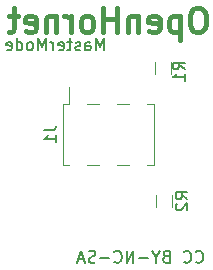
<source format=gbr>
G04 #@! TF.GenerationSoftware,KiCad,Pcbnew,(5.1.4-0-10_14)*
G04 #@! TF.CreationDate,2019-11-01T09:08:41+01:00*
G04 #@! TF.ProjectId,MasterModePushbutton,4d617374-6572-44d6-9f64-655075736862,rev?*
G04 #@! TF.SameCoordinates,Original*
G04 #@! TF.FileFunction,Legend,Bot*
G04 #@! TF.FilePolarity,Positive*
%FSLAX46Y46*%
G04 Gerber Fmt 4.6, Leading zero omitted, Abs format (unit mm)*
G04 Created by KiCad (PCBNEW (5.1.4-0-10_14)) date 2019-11-01 09:08:41*
%MOMM*%
%LPD*%
G04 APERTURE LIST*
%ADD10C,0.150000*%
%ADD11C,0.400000*%
%ADD12C,0.120000*%
G04 APERTURE END LIST*
D10*
X142663146Y-105604622D02*
X142710765Y-105652241D01*
X142853622Y-105699860D01*
X142948860Y-105699860D01*
X143091718Y-105652241D01*
X143186956Y-105557003D01*
X143234575Y-105461765D01*
X143282194Y-105271289D01*
X143282194Y-105128432D01*
X143234575Y-104937956D01*
X143186956Y-104842718D01*
X143091718Y-104747480D01*
X142948860Y-104699860D01*
X142853622Y-104699860D01*
X142710765Y-104747480D01*
X142663146Y-104795099D01*
X141663146Y-105604622D02*
X141710765Y-105652241D01*
X141853622Y-105699860D01*
X141948860Y-105699860D01*
X142091718Y-105652241D01*
X142186956Y-105557003D01*
X142234575Y-105461765D01*
X142282194Y-105271289D01*
X142282194Y-105128432D01*
X142234575Y-104937956D01*
X142186956Y-104842718D01*
X142091718Y-104747480D01*
X141948860Y-104699860D01*
X141853622Y-104699860D01*
X141710765Y-104747480D01*
X141663146Y-104795099D01*
X140139337Y-105176051D02*
X139996480Y-105223670D01*
X139948860Y-105271289D01*
X139901241Y-105366527D01*
X139901241Y-105509384D01*
X139948860Y-105604622D01*
X139996480Y-105652241D01*
X140091718Y-105699860D01*
X140472670Y-105699860D01*
X140472670Y-104699860D01*
X140139337Y-104699860D01*
X140044099Y-104747480D01*
X139996480Y-104795099D01*
X139948860Y-104890337D01*
X139948860Y-104985575D01*
X139996480Y-105080813D01*
X140044099Y-105128432D01*
X140139337Y-105176051D01*
X140472670Y-105176051D01*
X139282194Y-105223670D02*
X139282194Y-105699860D01*
X139615527Y-104699860D02*
X139282194Y-105223670D01*
X138948860Y-104699860D01*
X138615527Y-105318908D02*
X137853622Y-105318908D01*
X137377432Y-105699860D02*
X137377432Y-104699860D01*
X136806003Y-105699860D01*
X136806003Y-104699860D01*
X135758384Y-105604622D02*
X135806003Y-105652241D01*
X135948860Y-105699860D01*
X136044099Y-105699860D01*
X136186956Y-105652241D01*
X136282194Y-105557003D01*
X136329813Y-105461765D01*
X136377432Y-105271289D01*
X136377432Y-105128432D01*
X136329813Y-104937956D01*
X136282194Y-104842718D01*
X136186956Y-104747480D01*
X136044099Y-104699860D01*
X135948860Y-104699860D01*
X135806003Y-104747480D01*
X135758384Y-104795099D01*
X135329813Y-105318908D02*
X134567908Y-105318908D01*
X134139337Y-105652241D02*
X133996480Y-105699860D01*
X133758384Y-105699860D01*
X133663146Y-105652241D01*
X133615527Y-105604622D01*
X133567908Y-105509384D01*
X133567908Y-105414146D01*
X133615527Y-105318908D01*
X133663146Y-105271289D01*
X133758384Y-105223670D01*
X133948860Y-105176051D01*
X134044099Y-105128432D01*
X134091718Y-105080813D01*
X134139337Y-104985575D01*
X134139337Y-104890337D01*
X134091718Y-104795099D01*
X134044099Y-104747480D01*
X133948860Y-104699860D01*
X133710765Y-104699860D01*
X133567908Y-104747480D01*
X133186956Y-105414146D02*
X132710765Y-105414146D01*
X133282194Y-105699860D02*
X132948860Y-104699860D01*
X132615527Y-105699860D01*
X134865527Y-87699860D02*
X134865527Y-86699860D01*
X134532194Y-87414146D01*
X134198860Y-86699860D01*
X134198860Y-87699860D01*
X133294099Y-87699860D02*
X133294099Y-87176051D01*
X133341718Y-87080813D01*
X133436956Y-87033194D01*
X133627432Y-87033194D01*
X133722670Y-87080813D01*
X133294099Y-87652241D02*
X133389337Y-87699860D01*
X133627432Y-87699860D01*
X133722670Y-87652241D01*
X133770289Y-87557003D01*
X133770289Y-87461765D01*
X133722670Y-87366527D01*
X133627432Y-87318908D01*
X133389337Y-87318908D01*
X133294099Y-87271289D01*
X132865527Y-87652241D02*
X132770289Y-87699860D01*
X132579813Y-87699860D01*
X132484575Y-87652241D01*
X132436956Y-87557003D01*
X132436956Y-87509384D01*
X132484575Y-87414146D01*
X132579813Y-87366527D01*
X132722670Y-87366527D01*
X132817908Y-87318908D01*
X132865527Y-87223670D01*
X132865527Y-87176051D01*
X132817908Y-87080813D01*
X132722670Y-87033194D01*
X132579813Y-87033194D01*
X132484575Y-87080813D01*
X132151241Y-87033194D02*
X131770289Y-87033194D01*
X132008384Y-86699860D02*
X132008384Y-87557003D01*
X131960765Y-87652241D01*
X131865527Y-87699860D01*
X131770289Y-87699860D01*
X131056003Y-87652241D02*
X131151241Y-87699860D01*
X131341718Y-87699860D01*
X131436956Y-87652241D01*
X131484575Y-87557003D01*
X131484575Y-87176051D01*
X131436956Y-87080813D01*
X131341718Y-87033194D01*
X131151241Y-87033194D01*
X131056003Y-87080813D01*
X131008384Y-87176051D01*
X131008384Y-87271289D01*
X131484575Y-87366527D01*
X130579813Y-87699860D02*
X130579813Y-87033194D01*
X130579813Y-87223670D02*
X130532194Y-87128432D01*
X130484575Y-87080813D01*
X130389337Y-87033194D01*
X130294099Y-87033194D01*
X129960765Y-87699860D02*
X129960765Y-86699860D01*
X129627432Y-87414146D01*
X129294099Y-86699860D01*
X129294099Y-87699860D01*
X128675051Y-87699860D02*
X128770289Y-87652241D01*
X128817908Y-87604622D01*
X128865527Y-87509384D01*
X128865527Y-87223670D01*
X128817908Y-87128432D01*
X128770289Y-87080813D01*
X128675051Y-87033194D01*
X128532194Y-87033194D01*
X128436956Y-87080813D01*
X128389337Y-87128432D01*
X128341718Y-87223670D01*
X128341718Y-87509384D01*
X128389337Y-87604622D01*
X128436956Y-87652241D01*
X128532194Y-87699860D01*
X128675051Y-87699860D01*
X127484575Y-87699860D02*
X127484575Y-86699860D01*
X127484575Y-87652241D02*
X127579813Y-87699860D01*
X127770289Y-87699860D01*
X127865527Y-87652241D01*
X127913146Y-87604622D01*
X127960765Y-87509384D01*
X127960765Y-87223670D01*
X127913146Y-87128432D01*
X127865527Y-87080813D01*
X127770289Y-87033194D01*
X127579813Y-87033194D01*
X127484575Y-87080813D01*
X126627432Y-87652241D02*
X126722670Y-87699860D01*
X126913146Y-87699860D01*
X127008384Y-87652241D01*
X127056003Y-87557003D01*
X127056003Y-87176051D01*
X127008384Y-87080813D01*
X126913146Y-87033194D01*
X126722670Y-87033194D01*
X126627432Y-87080813D01*
X126579813Y-87176051D01*
X126579813Y-87271289D01*
X127056003Y-87366527D01*
D11*
X143008384Y-84152241D02*
X142627432Y-84152241D01*
X142436956Y-84247480D01*
X142246480Y-84437956D01*
X142151241Y-84818908D01*
X142151241Y-85485575D01*
X142246480Y-85866527D01*
X142436956Y-86057003D01*
X142627432Y-86152241D01*
X143008384Y-86152241D01*
X143198860Y-86057003D01*
X143389337Y-85866527D01*
X143484575Y-85485575D01*
X143484575Y-84818908D01*
X143389337Y-84437956D01*
X143198860Y-84247480D01*
X143008384Y-84152241D01*
X141294099Y-84818908D02*
X141294099Y-86818908D01*
X141294099Y-84914146D02*
X141103622Y-84818908D01*
X140722670Y-84818908D01*
X140532194Y-84914146D01*
X140436956Y-85009384D01*
X140341718Y-85199860D01*
X140341718Y-85771289D01*
X140436956Y-85961765D01*
X140532194Y-86057003D01*
X140722670Y-86152241D01*
X141103622Y-86152241D01*
X141294099Y-86057003D01*
X138722670Y-86057003D02*
X138913146Y-86152241D01*
X139294099Y-86152241D01*
X139484575Y-86057003D01*
X139579813Y-85866527D01*
X139579813Y-85104622D01*
X139484575Y-84914146D01*
X139294099Y-84818908D01*
X138913146Y-84818908D01*
X138722670Y-84914146D01*
X138627432Y-85104622D01*
X138627432Y-85295099D01*
X139579813Y-85485575D01*
X137770289Y-84818908D02*
X137770289Y-86152241D01*
X137770289Y-85009384D02*
X137675051Y-84914146D01*
X137484575Y-84818908D01*
X137198860Y-84818908D01*
X137008384Y-84914146D01*
X136913146Y-85104622D01*
X136913146Y-86152241D01*
X135960765Y-86152241D02*
X135960765Y-84152241D01*
X135960765Y-85104622D02*
X134817908Y-85104622D01*
X134817908Y-86152241D02*
X134817908Y-84152241D01*
X133579813Y-86152241D02*
X133770289Y-86057003D01*
X133865527Y-85961765D01*
X133960765Y-85771289D01*
X133960765Y-85199860D01*
X133865527Y-85009384D01*
X133770289Y-84914146D01*
X133579813Y-84818908D01*
X133294099Y-84818908D01*
X133103622Y-84914146D01*
X133008384Y-85009384D01*
X132913146Y-85199860D01*
X132913146Y-85771289D01*
X133008384Y-85961765D01*
X133103622Y-86057003D01*
X133294099Y-86152241D01*
X133579813Y-86152241D01*
X132056003Y-86152241D02*
X132056003Y-84818908D01*
X132056003Y-85199860D02*
X131960765Y-85009384D01*
X131865527Y-84914146D01*
X131675051Y-84818908D01*
X131484575Y-84818908D01*
X130817908Y-84818908D02*
X130817908Y-86152241D01*
X130817908Y-85009384D02*
X130722670Y-84914146D01*
X130532194Y-84818908D01*
X130246480Y-84818908D01*
X130056003Y-84914146D01*
X129960765Y-85104622D01*
X129960765Y-86152241D01*
X128246480Y-86057003D02*
X128436956Y-86152241D01*
X128817908Y-86152241D01*
X129008384Y-86057003D01*
X129103622Y-85866527D01*
X129103622Y-85104622D01*
X129008384Y-84914146D01*
X128817908Y-84818908D01*
X128436956Y-84818908D01*
X128246480Y-84914146D01*
X128151241Y-85104622D01*
X128151241Y-85295099D01*
X129103622Y-85485575D01*
X127579813Y-84818908D02*
X126817908Y-84818908D01*
X127294099Y-84152241D02*
X127294099Y-85866527D01*
X127198860Y-86057003D01*
X127008384Y-86152241D01*
X126817908Y-86152241D01*
D12*
X140526480Y-89747480D02*
X140526480Y-88747480D01*
X139166480Y-88747480D02*
X139166480Y-89747480D01*
X139266480Y-99947480D02*
X139266480Y-100947480D01*
X140626480Y-100947480D02*
X140626480Y-99947480D01*
X131366480Y-92237480D02*
X131366480Y-97437480D01*
X139106480Y-92237480D02*
X139106480Y-97437480D01*
X131936480Y-90797480D02*
X131936480Y-92237480D01*
X131366480Y-92237480D02*
X131936480Y-92237480D01*
X131366480Y-97437480D02*
X131936480Y-97437480D01*
X138536480Y-92237480D02*
X139106480Y-92237480D01*
X138536480Y-97437480D02*
X139106480Y-97437480D01*
X133456480Y-92237480D02*
X134476480Y-92237480D01*
X133456480Y-97437480D02*
X134476480Y-97437480D01*
X135996480Y-92237480D02*
X137016480Y-92237480D01*
X135996480Y-97437480D02*
X137016480Y-97437480D01*
D10*
X141698860Y-89330813D02*
X141222670Y-88997480D01*
X141698860Y-88759384D02*
X140698860Y-88759384D01*
X140698860Y-89140337D01*
X140746480Y-89235575D01*
X140794099Y-89283194D01*
X140889337Y-89330813D01*
X141032194Y-89330813D01*
X141127432Y-89283194D01*
X141175051Y-89235575D01*
X141222670Y-89140337D01*
X141222670Y-88759384D01*
X141698860Y-90283194D02*
X141698860Y-89711765D01*
X141698860Y-89997480D02*
X140698860Y-89997480D01*
X140841718Y-89902241D01*
X140936956Y-89807003D01*
X140984575Y-89711765D01*
X141948860Y-100330813D02*
X141472670Y-99997480D01*
X141948860Y-99759384D02*
X140948860Y-99759384D01*
X140948860Y-100140337D01*
X140996480Y-100235575D01*
X141044099Y-100283194D01*
X141139337Y-100330813D01*
X141282194Y-100330813D01*
X141377432Y-100283194D01*
X141425051Y-100235575D01*
X141472670Y-100140337D01*
X141472670Y-99759384D01*
X141044099Y-100711765D02*
X140996480Y-100759384D01*
X140948860Y-100854622D01*
X140948860Y-101092718D01*
X140996480Y-101187956D01*
X141044099Y-101235575D01*
X141139337Y-101283194D01*
X141234575Y-101283194D01*
X141377432Y-101235575D01*
X141948860Y-100664146D01*
X141948860Y-101283194D01*
X129818860Y-94504146D02*
X130533146Y-94504146D01*
X130676003Y-94456527D01*
X130771241Y-94361289D01*
X130818860Y-94218432D01*
X130818860Y-94123194D01*
X130818860Y-95504146D02*
X130818860Y-94932718D01*
X130818860Y-95218432D02*
X129818860Y-95218432D01*
X129961718Y-95123194D01*
X130056956Y-95027956D01*
X130104575Y-94932718D01*
M02*

</source>
